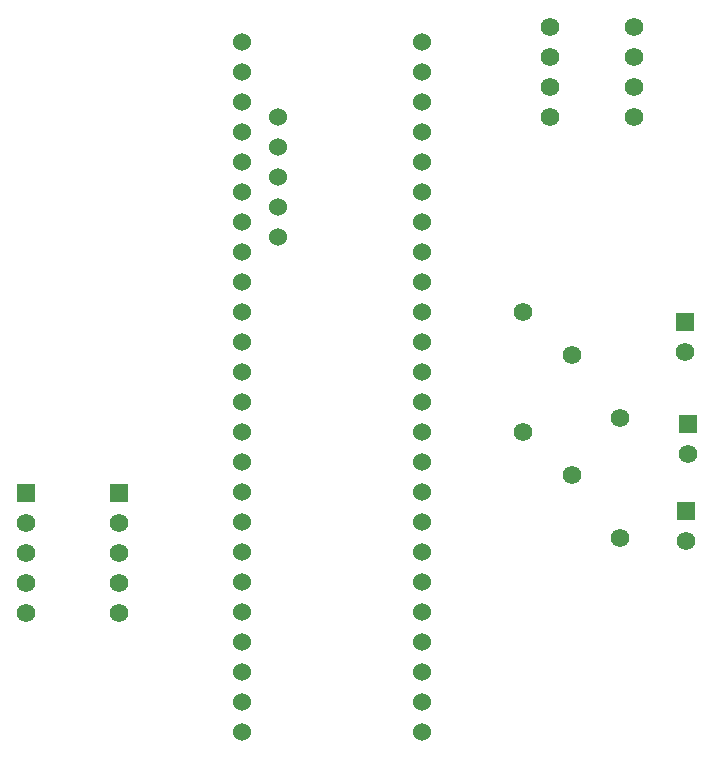
<source format=gtl>
G04 Layer: TopLayer*
G04 EasyEDA v6.5.42, 2024-05-16 00:57:31*
G04 d9f469ff45594f39a9365f2809714314,1c3c6ee5999b4fae9b5d841b4a43d368,10*
G04 Gerber Generator version 0.2*
G04 Scale: 100 percent, Rotated: No, Reflected: No *
G04 Dimensions in millimeters *
G04 leading zeros omitted , absolute positions ,4 integer and 5 decimal *
%FSLAX45Y45*%
%MOMM*%

%ADD10C,1.5750*%
%ADD11C,1.5748*%
%ADD12R,1.5748X1.5748*%
%ADD13R,1.5750X1.5750*%
%ADD14C,1.5240*%

%LPD*%
D10*
G01*
X482600Y3048000D03*
G01*
X482600Y2794000D03*
G01*
X482600Y2540000D03*
G01*
X482600Y2286000D03*
G01*
X1193800Y3048000D03*
G01*
X1193800Y2794000D03*
G01*
X1193800Y2540000D03*
G01*
X1193800Y2286000D03*
D11*
G01*
X-3949700Y-1917700D03*
G01*
X-3949700Y-1663700D03*
G01*
X-3949700Y-1409700D03*
G01*
X-3949700Y-1155700D03*
D12*
G01*
X-3949700Y-901700D03*
D11*
G01*
X-3162300Y-1917700D03*
G01*
X-3162300Y-1663700D03*
G01*
X-3162300Y-1409700D03*
G01*
X-3162300Y-1155700D03*
D12*
G01*
X-3162300Y-901700D03*
D13*
G01*
X1625600Y546100D03*
D10*
G01*
X1625600Y292100D03*
D13*
G01*
X1651000Y-317500D03*
D10*
G01*
X1651000Y-571500D03*
D13*
G01*
X1638300Y-1054100D03*
D10*
G01*
X1638300Y-1308100D03*
G01*
X254000Y-381000D03*
G01*
X254000Y635000D03*
G01*
X673100Y-749300D03*
G01*
X673100Y266700D03*
G01*
X1079500Y-1282700D03*
G01*
X1079500Y-266700D03*
D14*
G01*
X-2120900Y-2921000D03*
G01*
X-2120900Y-2413000D03*
G01*
X-2120900Y-2159000D03*
G01*
X-2120900Y-2667000D03*
G01*
X-2120900Y-1905000D03*
G01*
X-596900Y-2667000D03*
G01*
X-596900Y-2921000D03*
G01*
X-2120900Y-1651000D03*
G01*
X-596900Y-1651000D03*
G01*
X-596900Y-1905000D03*
G01*
X-596900Y-2159000D03*
G01*
X-596900Y-2413000D03*
G01*
X-2120900Y-1397000D03*
G01*
X-2120900Y-889000D03*
G01*
X-2120900Y-635000D03*
G01*
X-2120900Y-381000D03*
G01*
X-2120900Y-127000D03*
G01*
X-2120900Y127000D03*
G01*
X-2120900Y381000D03*
G01*
X-2120900Y635000D03*
G01*
X-2120900Y889000D03*
G01*
X-2120900Y1143000D03*
G01*
X-2120900Y1397000D03*
G01*
X-2120900Y1651000D03*
G01*
X-2120900Y1905000D03*
G01*
X-2120900Y2159000D03*
G01*
X-2120900Y2413000D03*
G01*
X-2120900Y2667000D03*
G01*
X-2120900Y2921000D03*
G01*
X-596900Y2921000D03*
G01*
X-596900Y2667000D03*
G01*
X-596900Y2413000D03*
G01*
X-596900Y2159000D03*
G01*
X-596900Y1905000D03*
G01*
X-596900Y1651000D03*
G01*
X-596900Y1397000D03*
G01*
X-596900Y1143000D03*
G01*
X-596900Y889000D03*
G01*
X-596900Y635000D03*
G01*
X-596900Y381000D03*
G01*
X-596900Y127000D03*
G01*
X-596900Y-127000D03*
G01*
X-596900Y-381000D03*
G01*
X-596900Y-635000D03*
G01*
X-596900Y-889000D03*
G01*
X-596900Y-1397000D03*
G01*
X-596900Y-1143000D03*
G01*
X-2120900Y-1143000D03*
G01*
X-1820900Y2286000D03*
G01*
X-1820900Y2032000D03*
G01*
X-1820900Y1778000D03*
G01*
X-1820900Y1524000D03*
G01*
X-1820900Y1270000D03*
M02*

</source>
